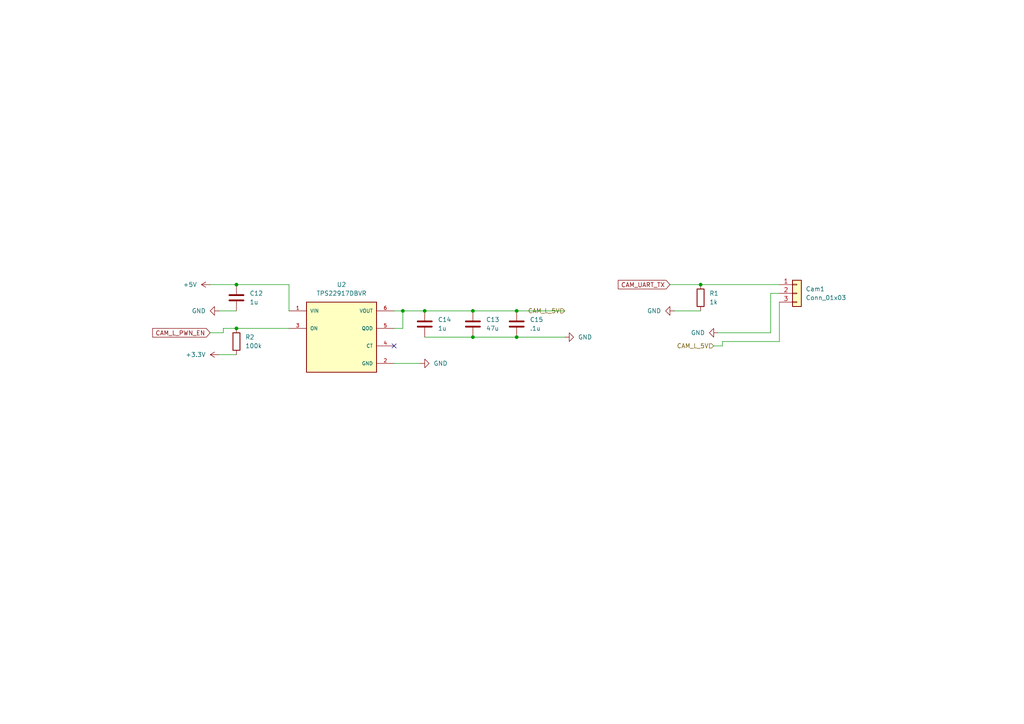
<source format=kicad_sch>
(kicad_sch (version 20250114) (generator "eeschema") (generator_version "9.0")
  (paper "A4")
  (lib_symbols
    (symbol "Connector_Generic:Conn_01x03" (pin_names (offset 1.016) (hide yes))
      (property "Reference" "J" (at 0 5.08 0))
      (property "Value" "Conn_01x03" (at 0 -5.08 0))
      (symbol "Conn_01x03_1_1"
        (rectangle (start -1.27 3.81) (end 1.27 -3.81) (stroke (width 0.254)) (fill (type background)))
        (rectangle (start -1.27 2.667) (end 0 2.413) (stroke (width 0.1524)))
        (rectangle (start -1.27 0.127) (end 0 -0.127) (stroke (width 0.1524)))
        (rectangle (start -1.27 -2.413) (end 0 -2.667) (stroke (width 0.1524)))
        (pin passive line (at -5.08 2.54 0) (length 3.81) (name "Pin_1") (number "1"))
        (pin passive line (at -5.08 0 0) (length 3.81) (name "Pin_2") (number "2"))
        (pin passive line (at -5.08 -2.54 0) (length 3.81) (name "Pin_3") (number "3"))
      )
    )
    (symbol "Device:C" (pin_numbers (hide yes)) (pin_names (offset 0.254))
      (property "Reference" "C" (at 0.635 2.54 0))
      (property "Value" "C" (at 0.635 -2.54 0))
      (symbol "C_0_1"
        (polyline (pts (xy -2.032 0.762) (xy 2.032 0.762)) (stroke (width 0.508)))
        (polyline (pts (xy -2.032 -0.762) (xy 2.032 -0.762)) (stroke (width 0.508)))
      )
      (symbol "C_1_1"
        (pin passive line (at 0 3.81 270) (length 2.794) (name "~") (number "1"))
        (pin passive line (at 0 -3.81 90) (length 2.794) (name "~") (number "2"))
      )
    )
    (symbol "Device:R" (pin_numbers (hide yes)) (pin_names (offset 0))
      (property "Reference" "R" (at 2.032 0 90))
      (property "Value" "R" (at 0 0 90))
      (symbol "R_0_1"
        (rectangle (start -1.016 -2.54) (end 1.016 2.54) (stroke (width 0.254)))
      )
      (symbol "R_1_1"
        (pin passive line (at 0 3.81 270) (length 1.27) (name "~") (number "1"))
        (pin passive line (at 0 -3.81 90) (length 1.27) (name "~") (number "2"))
      )
    )
    (symbol "TPS22917DBVR:TPS22917DBVR" (pin_names (offset 1.016))
      (property "Reference" "U" (at -10.16 10.922 0))
      (property "Value" "TPS22917DBVR" (at -10.16 -12.7 0))
      (symbol "TPS22917DBVR_0_0"
        (rectangle (start -10.16 -10.16) (end 10.16 10.16) (stroke (width 0.254)) (fill (type background)))
        (pin input line (at -15.24 7.62 0) (length 5.08) (name "VIN") (number "1"))
        (pin input line (at -15.24 2.54 0) (length 5.08) (name "ON") (number "3"))
        (pin output line (at 15.24 7.62 180) (length 5.08) (name "VOUT") (number "6"))
        (pin output line (at 15.24 2.54 180) (length 5.08) (name "QOD") (number "5"))
        (pin output line (at 15.24 -2.54 180) (length 5.08) (name "CT") (number "4"))
        (pin power_in line (at 15.24 -7.62 180) (length 5.08) (name "GND") (number "2"))
      )
    )
    (symbol "power:+3.3V" (power) (pin_numbers (hide yes)) (pin_names (offset 0) (hide yes))
      (property "Value" "+3.3V" (at 0 3.556 0))
      (symbol "+3.3V_0_1"
        (polyline (pts (xy -0.762 1.27) (xy 0 2.54)))
        (polyline (pts (xy 0 2.54) (xy 0.762 1.27)))
        (polyline (pts (xy 0 0) (xy 0 2.54)))
      )
      (symbol "+3.3V_1_1"
        (pin power_in line (at 0 0 90) (length 0) (name "~") (number "1"))
      )
    )
    (symbol "power:+5V" (power) (pin_numbers (hide yes)) (pin_names (offset 0) (hide yes))
      (property "Value" "+5V" (at 0 3.556 0))
      (symbol "+5V_0_1"
        (polyline (pts (xy -0.762 1.27) (xy 0 2.54)))
        (polyline (pts (xy 0 2.54) (xy 0.762 1.27)))
        (polyline (pts (xy 0 0) (xy 0 2.54)))
      )
      (symbol "+5V_1_1"
        (pin power_in line (at 0 0 90) (length 0) (name "~") (number "1"))
      )
    )
    (symbol "power:GND" (power) (pin_numbers (hide yes)) (pin_names (offset 0) (hide yes))
      (property "Value" "GND" (at 0 -3.81 0))
      (symbol "GND_0_1"
        (polyline (pts (xy 0 0) (xy 0 -1.27) (xy 1.27 -1.27) (xy 0 -2.54) (xy -1.27 -1.27) (xy 0 -1.27)))
      )
      (symbol "GND_1_1"
        (pin power_in line (at 0 0 270) (length 0) (name "~") (number "1"))
      )
    )
  )
  (junction (at 68.58 95.25))
  (junction (at 149.86 90.17))
  (junction (at 68.58 82.55))
  (junction (at 203.2 82.55))
  (junction (at 137.16 90.17))
  (junction (at 137.16 97.79))
  (junction (at 123.19 90.17))
  (junction (at 149.86 97.79))
  (junction (at 116.84 90.17))
  (no_connect (at 114.3 100.33))
  (wire (pts (xy 114.3 95.25) (xy 116.84 95.25)))
  (wire (pts (xy 60.96 96.52) (xy 64.77 96.52)))
  (wire (pts (xy 64.77 95.25) (xy 68.58 95.25)))
  (wire (pts (xy 208.28 96.52) (xy 223.52 96.52)))
  (wire (pts (xy 68.58 95.25) (xy 83.82 95.25)))
  (wire (pts (xy 223.52 85.09) (xy 226.06 85.09)))
  (wire (pts (xy 203.2 82.55) (xy 226.06 82.55)))
  (wire (pts (xy 137.16 90.17) (xy 149.86 90.17)))
  (wire (pts (xy 60.96 82.55) (xy 68.58 82.55)))
  (wire (pts (xy 64.77 96.52) (xy 64.77 95.25)))
  (wire (pts (xy 223.52 96.52) (xy 223.52 85.09)))
  (wire (pts (xy 149.86 97.79) (xy 163.83 97.79)))
  (wire (pts (xy 63.5 102.87) (xy 68.58 102.87)))
  (wire (pts (xy 116.84 95.25) (xy 116.84 90.17)))
  (wire (pts (xy 209.55 100.33) (xy 209.55 99.06)))
  (wire (pts (xy 226.06 99.06) (xy 226.06 87.63)))
  (wire (pts (xy 207.01 100.33) (xy 209.55 100.33)))
  (wire (pts (xy 209.55 99.06) (xy 226.06 99.06)))
  (wire (pts (xy 123.19 97.79) (xy 137.16 97.79)))
  (wire (pts (xy 83.82 82.55) (xy 83.82 90.17)))
  (wire (pts (xy 63.5 90.17) (xy 68.58 90.17)))
  (wire (pts (xy 137.16 97.79) (xy 149.86 97.79)))
  (wire (pts (xy 116.84 90.17) (xy 123.19 90.17)))
  (wire (pts (xy 114.3 105.41) (xy 121.92 105.41)))
  (wire (pts (xy 114.3 90.17) (xy 116.84 90.17)))
  (wire (pts (xy 149.86 90.17) (xy 163.83 90.17)))
  (wire (pts (xy 194.31 82.55) (xy 203.2 82.55)))
  (wire (pts (xy 68.58 82.55) (xy 83.82 82.55)))
  (wire (pts (xy 195.58 90.17) (xy 203.2 90.17)))
  (wire (pts (xy 123.19 90.17) (xy 137.16 90.17)))
  (label "" (at 127 90.17 0))
  (global_label "CAM_L_PWN_EN" (shape input) (at 60.96 96.52 180) (property "Intersheetrefs" "${INTERSHEET_REFS}" (effects (hide yes))))
  (global_label "CAM_UART_TX" (shape input) (at 194.31 82.55 180) (property "Intersheetrefs" "${INTERSHEET_REFS}" (effects (hide yes))))
  (hierarchical_label "CAM_L_5V" (shape input) (at 207.01 100.33 180))
  (hierarchical_label "CAM_L_5V" (shape input) (at 163.83 90.17 180))
  (symbol (lib_id "Device:C") (at 137.16 93.98 0) (unit 1)
    (property "Reference" "C13" (at 140.97 92.7099 0) (effects (justify left)))
    (property "Value" "47u" (at 140.97 95.2499 0) (effects (justify left)))
    (property "Footprint" "Capacitor_SMD:C_0805_2012Metric_Pad1.18x1.45mm_HandSolder" (effects (hide yes)))
    (property "Description" "Unpolarized capacitor" (effects (hide yes)))
  )
  (symbol (lib_id "Device:C") (at 68.58 86.36 0) (unit 1)
    (property "Reference" "C12" (at 72.39 85.0899 0) (effects (justify left)))
    (property "Value" "1u" (at 72.39 87.6299 0) (effects (justify left)))
    (property "Footprint" "Capacitor_SMD:C_0805_2012Metric_Pad1.18x1.45mm_HandSolder" (effects (hide yes)))
    (property "Description" "Unpolarized capacitor" (effects (hide yes)))
  )
  (symbol (lib_id "Device:C") (at 149.86 93.98 0) (unit 1)
    (property "Reference" "C15" (at 153.67 92.7099 0) (effects (justify left)))
    (property "Value" ".1u" (at 153.67 95.2499 0) (effects (justify left)))
    (property "Footprint" "Capacitor_SMD:C_0805_2012Metric_Pad1.18x1.45mm_HandSolder" (effects (hide yes)))
    (property "Description" "Unpolarized capacitor" (effects (hide yes)))
  )
  (symbol (lib_id "Device:R") (at 68.58 99.06 0) (unit 1)
    (property "Reference" "R2" (at 71.12 97.7899 0) (effects (justify left)))
    (property "Value" "100k" (at 71.12 100.3299 0) (effects (justify left)))
    (property "Footprint" "Resistor_SMD:R_0805_2012Metric_Pad1.20x1.40mm_HandSolder" (effects (hide yes)))
    (property "Description" "Resistor" (effects (hide yes)))
  )
  (symbol (lib_id "power:GND") (at 195.58 90.17 270) (unit 1)
    (property "Reference" "#PWR016" (effects (hide yes)))
    (property "Value" "GND" (at 191.77 90.1699 90) (effects (justify right)))
    (property "Description" "Power symbol creates a global label with name \"GND\" , ground" (effects (hide yes)))
  )
  (symbol (lib_id "Connector_Generic:Conn_01x03") (at 231.14 85.09 0) (unit 1)
    (property "Reference" "Cam1" (at 233.68 83.8199 0) (effects (justify left)))
    (property "Value" "Conn_01x03" (at 233.68 86.3599 0) (effects (justify left)))
    (property "Footprint" "Connector_JST:JST_PH_B3B-PH-K_1x03_P2.00mm_Vertical" (effects (hide yes)))
    (property "Description" "Generic connector, single row, 01x03, script generated (kicad-library-utils/schlib/autogen/connector/)" (effects (hide yes)))
  )
  (symbol (lib_id "power:+3.3V") (at 63.5 102.87 90) (unit 1)
    (property "Reference" "#PWR010" (effects (hide yes)))
    (property "Value" "+3.3V" (at 59.69 102.8699 90) (effects (justify left)))
    (property "Description" "Power symbol creates a global label with name \"+3.3V\"" (effects (hide yes)))
  )
  (symbol (lib_id "power:GND") (at 121.92 105.41 90) (unit 1)
    (property "Reference" "#PWR029" (effects (hide yes)))
    (property "Value" "GND" (at 125.73 105.4099 90) (effects (justify right)))
    (property "Description" "Power symbol creates a global label with name \"GND\" , ground" (effects (hide yes)))
  )
  (symbol (lib_id "Device:C") (at 123.19 93.98 0) (unit 1)
    (property "Reference" "C14" (at 127 92.7099 0) (effects (justify left)))
    (property "Value" "1u" (at 127 95.2499 0) (effects (justify left)))
    (property "Footprint" "Capacitor_SMD:C_0805_2012Metric_Pad1.18x1.45mm_HandSolder" (effects (hide yes)))
    (property "Description" "Unpolarized capacitor" (effects (hide yes)))
  )
  (symbol (lib_id "power:GND") (at 163.83 97.79 90) (unit 1)
    (property "Reference" "#PWR011" (effects (hide yes)))
    (property "Value" "GND" (at 167.64 97.7899 90) (effects (justify right)))
    (property "Description" "Power symbol creates a global label with name \"GND\" , ground" (effects (hide yes)))
  )
  (symbol (lib_id "TPS22917DBVR:TPS22917DBVR") (at 99.06 97.79 0) (unit 1)
    (property "Reference" "U2" (at 99.06 82.55 0))
    (property "Value" "TPS22917DBVR" (at 99.06 85.09 0))
    (property "Footprint" "myFootprints:SOT95P280X145-6N" (effects (hide yes)))
    (property "PARTREV" "B" (effects (hide yes)))
    (property "STANDARD" "IPC 7351B" (effects (hide yes)))
    (property "MAXIMUM_PACKAGE_HEIGHT" "1.45mm" (effects (hide yes)))
    (property "MANUFACTURER" "Texas Instruments" (effects (hide yes)))
  )
  (symbol (lib_id "power:GND") (at 208.28 96.52 270) (unit 1)
    (property "Reference" "#PWR015" (effects (hide yes)))
    (property "Value" "GND" (at 204.47 96.5199 90) (effects (justify right)))
    (property "Description" "Power symbol creates a global label with name \"GND\" , ground" (effects (hide yes)))
  )
  (symbol (lib_id "power:+5V") (at 60.96 82.55 90) (unit 1)
    (property "Reference" "#PWR023" (effects (hide yes)))
    (property "Value" "+5V" (at 57.15 82.5499 90) (effects (justify left)))
    (property "Description" "Power symbol creates a global label with name \"+5V\"" (effects (hide yes)))
  )
  (symbol (lib_id "Device:R") (at 203.2 86.36 0) (unit 1)
    (property "Reference" "R1" (at 205.74 85.0899 0) (effects (justify left)))
    (property "Value" "1k" (at 205.74 87.6299 0) (effects (justify left)))
    (property "Footprint" "Resistor_SMD:R_0805_2012Metric_Pad1.20x1.40mm_HandSolder" (effects (hide yes)))
    (property "Description" "Resistor" (effects (hide yes)))
  )
  (symbol (lib_id "power:GND") (at 63.5 90.17 270) (unit 1)
    (property "Reference" "#PWR07" (effects (hide yes)))
    (property "Value" "GND" (at 59.69 90.1699 90) (effects (justify right)))
    (property "Description" "Power symbol creates a global label with name \"GND\" , ground" (effects (hide yes)))
  )
)
</source>
